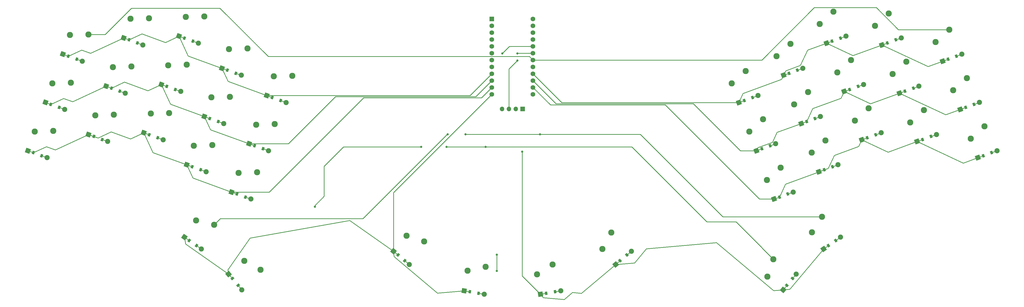
<source format=gbr>
%TF.GenerationSoftware,KiCad,Pcbnew,8.0.1*%
%TF.CreationDate,2024-05-01T11:59:16+09:00*%
%TF.ProjectId,pcb_plate,7063625f-706c-4617-9465-2e6b69636164,v1.0.0*%
%TF.SameCoordinates,Original*%
%TF.FileFunction,Copper,L2,Bot*%
%TF.FilePolarity,Positive*%
%FSLAX46Y46*%
G04 Gerber Fmt 4.6, Leading zero omitted, Abs format (unit mm)*
G04 Created by KiCad (PCBNEW 8.0.1) date 2024-05-01 11:59:16*
%MOMM*%
%LPD*%
G01*
G04 APERTURE LIST*
G04 Aperture macros list*
%AMRotRect*
0 Rectangle, with rotation*
0 The origin of the aperture is its center*
0 $1 length*
0 $2 width*
0 $3 Rotation angle, in degrees counterclockwise*
0 Add horizontal line*
21,1,$1,$2,0,0,$3*%
G04 Aperture macros list end*
%TA.AperFunction,ComponentPad*%
%ADD10RotRect,1.778000X1.778000X340.000000*%
%TD*%
%TA.AperFunction,SMDPad,CuDef*%
%ADD11RotRect,0.900000X1.200000X340.000000*%
%TD*%
%TA.AperFunction,ComponentPad*%
%ADD12C,1.905000*%
%TD*%
%TA.AperFunction,ComponentPad*%
%ADD13RotRect,1.778000X1.778000X20.000000*%
%TD*%
%TA.AperFunction,SMDPad,CuDef*%
%ADD14RotRect,0.900000X1.200000X20.000000*%
%TD*%
%TA.AperFunction,ComponentPad*%
%ADD15C,2.286000*%
%TD*%
%TA.AperFunction,ComponentPad*%
%ADD16RotRect,1.778000X1.778000X310.000000*%
%TD*%
%TA.AperFunction,SMDPad,CuDef*%
%ADD17RotRect,0.900000X1.200000X310.000000*%
%TD*%
%TA.AperFunction,ComponentPad*%
%ADD18RotRect,1.778000X1.778000X35.000000*%
%TD*%
%TA.AperFunction,SMDPad,CuDef*%
%ADD19RotRect,0.900000X1.200000X35.000000*%
%TD*%
%TA.AperFunction,ComponentPad*%
%ADD20RotRect,1.778000X1.778000X40.000000*%
%TD*%
%TA.AperFunction,SMDPad,CuDef*%
%ADD21RotRect,0.900000X1.200000X40.000000*%
%TD*%
%TA.AperFunction,ComponentPad*%
%ADD22R,1.700000X1.700000*%
%TD*%
%TA.AperFunction,ComponentPad*%
%ADD23O,1.700000X1.700000*%
%TD*%
%TA.AperFunction,ComponentPad*%
%ADD24RotRect,1.778000X1.778000X50.000000*%
%TD*%
%TA.AperFunction,SMDPad,CuDef*%
%ADD25RotRect,0.900000X1.200000X50.000000*%
%TD*%
%TA.AperFunction,ComponentPad*%
%ADD26RotRect,1.778000X1.778000X350.000000*%
%TD*%
%TA.AperFunction,SMDPad,CuDef*%
%ADD27RotRect,0.900000X1.200000X350.000000*%
%TD*%
%TA.AperFunction,ComponentPad*%
%ADD28RotRect,1.778000X1.778000X320.000000*%
%TD*%
%TA.AperFunction,SMDPad,CuDef*%
%ADD29RotRect,0.900000X1.200000X320.000000*%
%TD*%
%TA.AperFunction,ComponentPad*%
%ADD30R,1.752600X1.752600*%
%TD*%
%TA.AperFunction,ComponentPad*%
%ADD31C,1.752600*%
%TD*%
%TA.AperFunction,ComponentPad*%
%ADD32RotRect,1.778000X1.778000X325.000000*%
%TD*%
%TA.AperFunction,SMDPad,CuDef*%
%ADD33RotRect,0.900000X1.200000X325.000000*%
%TD*%
%TA.AperFunction,ComponentPad*%
%ADD34RotRect,1.778000X1.778000X10.000000*%
%TD*%
%TA.AperFunction,SMDPad,CuDef*%
%ADD35RotRect,0.900000X1.200000X10.000000*%
%TD*%
%TA.AperFunction,ViaPad*%
%ADD36C,0.800000*%
%TD*%
%TA.AperFunction,Conductor*%
%ADD37C,0.250000*%
%TD*%
G04 APERTURE END LIST*
D10*
%TO.P,D4,1*%
%TO.N,P16*%
X55121814Y-132168397D03*
D11*
X57151549Y-132907162D03*
%TO.P,D4,2*%
%TO.N,ring_bottom*%
X60252535Y-134035826D03*
D12*
X62282270Y-134774591D03*
%TD*%
D13*
%TO.P,D29,1*%
%TO.N,P8*%
X325703889Y-146015449D03*
D14*
X327733626Y-145276684D03*
%TO.P,D29,2*%
%TO.N,mirror_index_bottom*%
X330834608Y-144148020D03*
D12*
X332864345Y-143409255D03*
%TD*%
D13*
%TO.P,D26,1*%
%TO.N,P8*%
X341650387Y-134129620D03*
D14*
X343680124Y-133390855D03*
%TO.P,D26,2*%
%TO.N,mirror_middle_bottom*%
X346781106Y-132262191D03*
D12*
X348810843Y-131523426D03*
%TD*%
D15*
%TO.P,S38,1*%
%TO.N,P20*%
X227132887Y-180376374D03*
%TO.P,S38,2*%
%TO.N,mirror_two_one*%
X221320423Y-183980452D03*
%TD*%
%TO.P,S36,1*%
%TO.N,P18*%
X308842388Y-178398502D03*
%TO.P,S36,2*%
%TO.N,mirror_space_cluster*%
X306706441Y-184895563D03*
%TD*%
D13*
%TO.P,D27,1*%
%TO.N,P7*%
X335134902Y-116228473D03*
D14*
X337164639Y-115489708D03*
%TO.P,D27,2*%
%TO.N,mirror_middle_home*%
X340265621Y-114361044D03*
D12*
X342295358Y-113622279D03*
%TD*%
D15*
%TO.P,S30,1*%
%TO.N,P19*%
X321707891Y-116470374D03*
%TO.P,S30,2*%
%TO.N,mirror_index_home*%
X316609574Y-121029020D03*
%TD*%
D10*
%TO.P,D12,1*%
%TO.N,P15*%
X104606625Y-107606962D03*
D11*
X106636360Y-108345727D03*
%TO.P,D12,2*%
%TO.N,index_top*%
X109737346Y-109474391D03*
D12*
X111767081Y-110213156D03*
%TD*%
D15*
%TO.P,S11,1*%
%TO.N,P19*%
X107505751Y-118207838D03*
%TO.P,S11,2*%
%TO.N,index_home*%
X100669973Y-118422829D03*
%TD*%
D16*
%TO.P,D17,1*%
%TO.N,P10*%
X107059539Y-183904927D03*
D17*
X108447959Y-185559584D03*
%TO.P,D17,2*%
%TO.N,space_cluster*%
X110569161Y-188087528D03*
D12*
X111957581Y-189742185D03*
%TD*%
D13*
%TO.P,D28,1*%
%TO.N,P6*%
X328619415Y-98327335D03*
D14*
X330649152Y-97588570D03*
%TO.P,D28,2*%
%TO.N,mirror_middle_top*%
X333750134Y-96459906D03*
D12*
X335779871Y-95721141D03*
%TD*%
D13*
%TO.P,D34,1*%
%TO.N,P6*%
X296074877Y-120308879D03*
D14*
X298104614Y-119570114D03*
%TO.P,D34,2*%
%TO.N,mirror_inner_top*%
X301205596Y-118441450D03*
D12*
X303235333Y-117702685D03*
%TD*%
D18*
%TO.P,D35,1*%
%TO.N,P9*%
X327492037Y-174614320D03*
D19*
X329261407Y-173375393D03*
%TO.P,D35,2*%
%TO.N,mirror_layer_cluster*%
X331964605Y-171482595D03*
D12*
X333733975Y-170243668D03*
%TD*%
D13*
%TO.P,D20,1*%
%TO.N,P8*%
X384619705Y-140789919D03*
D14*
X386649442Y-140051154D03*
%TO.P,D20,2*%
%TO.N,mirror_pinky_bottom*%
X389750424Y-138922490D03*
D12*
X391780161Y-138183725D03*
%TD*%
D15*
%TO.P,S2,1*%
%TO.N,P4*%
X48589925Y-112982298D03*
%TO.P,S2,2*%
%TO.N,pinky_home*%
X41754147Y-113197289D03*
%TD*%
%TO.P,S25,1*%
%TO.N,P5*%
X351646244Y-87328381D03*
%TO.P,S25,2*%
%TO.N,mirror_ring_top*%
X346547927Y-91887027D03*
%TD*%
D10*
%TO.P,D14,1*%
%TO.N,P14*%
X114689189Y-135603827D03*
D11*
X116718924Y-136342592D03*
%TO.P,D14,2*%
%TO.N,inner_home*%
X119819910Y-137471256D03*
D12*
X121849645Y-138210021D03*
%TD*%
D20*
%TO.P,D37,1*%
%TO.N,P9*%
X250436523Y-180363857D03*
D21*
X252091180Y-178975437D03*
%TO.P,D37,2*%
%TO.N,mirror_one_one*%
X254619124Y-176854235D03*
D12*
X256273781Y-175465815D03*
%TD*%
D22*
%TO.P,OLED1,1*%
%TO.N,GND*%
X216020000Y-122707314D03*
D23*
%TO.P,OLED1,2*%
%TO.N,VCC*%
X213480000Y-122707314D03*
%TO.P,OLED1,3*%
%TO.N,P3*%
X210939998Y-122707315D03*
%TO.P,OLED1,4*%
%TO.N,P2*%
X208400000Y-122707314D03*
%TD*%
D15*
%TO.P,S3,1*%
%TO.N,P4*%
X55105416Y-95081152D03*
%TO.P,S3,2*%
%TO.N,pinky_top*%
X48269638Y-95296143D03*
%TD*%
%TO.P,S21,1*%
%TO.N,P4*%
X380623711Y-111244838D03*
%TO.P,S21,2*%
%TO.N,mirror_pinky_home*%
X375525394Y-115803484D03*
%TD*%
%TO.P,S29,1*%
%TO.N,P19*%
X328223373Y-134371522D03*
%TO.P,S29,2*%
%TO.N,mirror_index_bottom*%
X323125056Y-138930168D03*
%TD*%
%TO.P,S12,1*%
%TO.N,P19*%
X114021232Y-100306692D03*
%TO.P,S12,2*%
%TO.N,index_top*%
X107185454Y-100521683D03*
%TD*%
D10*
%TO.P,D7,1*%
%TO.N,P16*%
X75629153Y-131523435D03*
D11*
X77658888Y-132262200D03*
%TO.P,D7,2*%
%TO.N,middle_bottom*%
X80759874Y-133390864D03*
D12*
X82789609Y-134129629D03*
%TD*%
D15*
%TO.P,S13,1*%
%TO.N,P20*%
X117588313Y-146204689D03*
%TO.P,S13,2*%
%TO.N,inner_bottom*%
X110752535Y-146419680D03*
%TD*%
%TO.P,S32,1*%
%TO.N,P20*%
X311625327Y-144467233D03*
%TO.P,S32,2*%
%TO.N,mirror_inner_bottom*%
X306527010Y-149025879D03*
%TD*%
%TO.P,S31,1*%
%TO.N,P19*%
X315192403Y-98569229D03*
%TO.P,S31,2*%
%TO.N,mirror_index_top*%
X310094086Y-103127875D03*
%TD*%
%TO.P,S27,1*%
%TO.N,P18*%
X337654387Y-104584544D03*
%TO.P,S27,2*%
%TO.N,mirror_middle_home*%
X332556070Y-109143190D03*
%TD*%
%TO.P,S5,1*%
%TO.N,P5*%
X71051913Y-106966982D03*
%TO.P,S5,2*%
%TO.N,ring_home*%
X64216135Y-107181973D03*
%TD*%
D10*
%TO.P,D1,1*%
%TO.N,P16*%
X32659836Y-138183719D03*
D11*
X34689571Y-138922484D03*
%TO.P,D1,2*%
%TO.N,pinky_bottom*%
X37790557Y-140051148D03*
D12*
X39820292Y-140789913D03*
%TD*%
D15*
%TO.P,S23,1*%
%TO.N,P5*%
X364677215Y-123130662D03*
%TO.P,S23,2*%
%TO.N,mirror_ring_bottom*%
X359578898Y-127689308D03*
%TD*%
%TO.P,S4,1*%
%TO.N,P5*%
X64536430Y-124868130D03*
%TO.P,S4,2*%
%TO.N,ring_bottom*%
X57700652Y-125083121D03*
%TD*%
%TO.P,S22,1*%
%TO.N,P4*%
X374108227Y-93343695D03*
%TO.P,S22,2*%
%TO.N,mirror_pinky_top*%
X369009910Y-97902341D03*
%TD*%
%TO.P,S8,1*%
%TO.N,P18*%
X91559255Y-106322010D03*
%TO.P,S8,2*%
%TO.N,middle_home*%
X84723477Y-106537001D03*
%TD*%
D10*
%TO.P,D15,1*%
%TO.N,P15*%
X121204671Y-117702684D03*
D11*
X123234406Y-118441449D03*
%TO.P,D15,2*%
%TO.N,inner_top*%
X126335392Y-119570113D03*
D12*
X128365127Y-120308878D03*
%TD*%
D13*
%TO.P,D24,1*%
%TO.N,P7*%
X355642245Y-116873447D03*
D14*
X357671982Y-116134682D03*
%TO.P,D24,2*%
%TO.N,mirror_ring_home*%
X360772964Y-115006018D03*
D12*
X362802701Y-114267253D03*
%TD*%
D24*
%TO.P,D36,1*%
%TO.N,P9*%
X312482418Y-189742183D03*
D25*
X313870837Y-188087528D03*
%TO.P,D36,2*%
%TO.N,mirror_space_cluster*%
X315992041Y-185559580D03*
D12*
X317380460Y-183904925D03*
%TD*%
D15*
%TO.P,S9,1*%
%TO.N,P18*%
X98074733Y-88420866D03*
%TO.P,S9,2*%
%TO.N,middle_top*%
X91238955Y-88635857D03*
%TD*%
%TO.P,S28,1*%
%TO.N,P18*%
X331138903Y-86683399D03*
%TO.P,S28,2*%
%TO.N,mirror_middle_top*%
X326040586Y-91242045D03*
%TD*%
D13*
%TO.P,D33,1*%
%TO.N,P7*%
X302590356Y-138210017D03*
D14*
X304620093Y-137471252D03*
%TO.P,D33,2*%
%TO.N,mirror_inner_home*%
X307721075Y-136342588D03*
D12*
X309750812Y-135603823D03*
%TD*%
D13*
%TO.P,D21,1*%
%TO.N,P7*%
X378104223Y-122888771D03*
D14*
X380133960Y-122150006D03*
%TO.P,D21,2*%
%TO.N,mirror_pinky_home*%
X383234942Y-121021342D03*
D12*
X385264679Y-120282577D03*
%TD*%
D15*
%TO.P,S19,1*%
%TO.N,P20*%
X202309926Y-181258510D03*
%TO.P,S19,2*%
%TO.N,two_one*%
X195615333Y-182657257D03*
%TD*%
D10*
%TO.P,D9,1*%
%TO.N,P15*%
X88660128Y-95721143D03*
D11*
X90689863Y-96459908D03*
%TO.P,D9,2*%
%TO.N,middle_top*%
X93790849Y-97588572D03*
D12*
X95820584Y-98327337D03*
%TD*%
D15*
%TO.P,S18,1*%
%TO.N,P19*%
X179509903Y-171825787D03*
%TO.P,S18,2*%
%TO.N,one_one*%
X173012842Y-169689840D03*
%TD*%
D26*
%TO.P,D19,1*%
%TO.N,P10*%
X194306030Y-190082699D03*
D27*
X196433214Y-190457782D03*
%TO.P,D19,2*%
%TO.N,two_one*%
X199683080Y-191030818D03*
D12*
X201810264Y-191405901D03*
%TD*%
D15*
%TO.P,S10,1*%
%TO.N,P19*%
X100990262Y-136108981D03*
%TO.P,S10,2*%
%TO.N,index_bottom*%
X94154484Y-136323972D03*
%TD*%
%TO.P,S20,1*%
%TO.N,P4*%
X387139197Y-129145981D03*
%TO.P,S20,2*%
%TO.N,mirror_pinky_bottom*%
X382040880Y-133704627D03*
%TD*%
D10*
%TO.P,D13,1*%
%TO.N,P16*%
X108173703Y-153504969D03*
D11*
X110203438Y-154243734D03*
%TO.P,D13,2*%
%TO.N,inner_bottom*%
X113304424Y-155372398D03*
D12*
X115334159Y-156111163D03*
%TD*%
D13*
%TO.P,D30,1*%
%TO.N,P7*%
X319188405Y-128114307D03*
D14*
X321218142Y-127375542D03*
%TO.P,D30,2*%
%TO.N,mirror_index_home*%
X324319124Y-126246878D03*
D12*
X326348861Y-125508113D03*
%TD*%
D28*
%TO.P,D18,1*%
%TO.N,P10*%
X168166225Y-175465823D03*
D29*
X169820880Y-176854242D03*
%TO.P,D18,2*%
%TO.N,one_one*%
X172348828Y-178975446D03*
D12*
X174003483Y-180363865D03*
%TD*%
D15*
%TO.P,S16,1*%
%TO.N,P5*%
X101689295Y-165628828D03*
%TO.P,S16,2*%
%TO.N,layer_cluster*%
X95030798Y-164067264D03*
%TD*%
D30*
%TO.P,MCU1,1*%
%TO.N,RAW*%
X204600004Y-89337315D03*
D31*
%TO.P,MCU1,2*%
%TO.N,GND*%
X204600005Y-91877314D03*
%TO.P,MCU1,3*%
%TO.N,RST*%
X204600004Y-94417311D03*
%TO.P,MCU1,4*%
%TO.N,VCC*%
X204600003Y-96957312D03*
%TO.P,MCU1,5*%
%TO.N,P21*%
X204600005Y-99497312D03*
%TO.P,MCU1,6*%
%TO.N,P20*%
X204600004Y-102037313D03*
%TO.P,MCU1,7*%
%TO.N,P19*%
X204600004Y-104577313D03*
%TO.P,MCU1,8*%
%TO.N,P18*%
X204600005Y-107117314D03*
%TO.P,MCU1,9*%
%TO.N,P15*%
X204600004Y-109657316D03*
%TO.P,MCU1,10*%
%TO.N,P14*%
X204600004Y-112197315D03*
%TO.P,MCU1,11*%
%TO.N,P16*%
X204600006Y-114737313D03*
%TO.P,MCU1,12*%
%TO.N,P10*%
X204600004Y-117277309D03*
%TO.P,MCU1,13*%
%TO.N,P1*%
X219840004Y-89337317D03*
%TO.P,MCU1,14*%
%TO.N,P0*%
X219840002Y-91877313D03*
%TO.P,MCU1,15*%
%TO.N,GND*%
X219840004Y-94417311D03*
%TO.P,MCU1,16*%
X219840004Y-96957310D03*
%TO.P,MCU1,17*%
%TO.N,P2*%
X219840003Y-99497312D03*
%TO.P,MCU1,18*%
%TO.N,P3*%
X219840004Y-102037313D03*
%TO.P,MCU1,19*%
%TO.N,P4*%
X219840004Y-104577313D03*
%TO.P,MCU1,20*%
%TO.N,P5*%
X219840003Y-107117314D03*
%TO.P,MCU1,21*%
%TO.N,P6*%
X219840005Y-109657314D03*
%TO.P,MCU1,22*%
%TO.N,P7*%
X219840004Y-112197315D03*
%TO.P,MCU1,23*%
%TO.N,P8*%
X219840003Y-114737312D03*
%TO.P,MCU1,24*%
%TO.N,P9*%
X219840004Y-117277311D03*
%TD*%
D10*
%TO.P,D11,1*%
%TO.N,P14*%
X98091145Y-125508112D03*
D11*
X100120880Y-126246877D03*
%TO.P,D11,2*%
%TO.N,index_home*%
X103221866Y-127375541D03*
D12*
X105251601Y-128114306D03*
%TD*%
D13*
%TO.P,D23,1*%
%TO.N,P8*%
X362157725Y-134774600D03*
D14*
X364187462Y-134035835D03*
%TO.P,D23,2*%
%TO.N,mirror_ring_bottom*%
X367288444Y-132907171D03*
D12*
X369318181Y-132168406D03*
%TD*%
D10*
%TO.P,D3,1*%
%TO.N,P15*%
X45690803Y-102381433D03*
D11*
X47720538Y-103120198D03*
%TO.P,D3,2*%
%TO.N,pinky_top*%
X50821524Y-104248862D03*
D12*
X52851259Y-104987627D03*
%TD*%
D13*
%TO.P,D22,1*%
%TO.N,P6*%
X371588739Y-104987623D03*
D14*
X373618476Y-104248858D03*
%TO.P,D22,2*%
%TO.N,mirror_pinky_top*%
X376719458Y-103120194D03*
D12*
X378749195Y-102381429D03*
%TD*%
D15*
%TO.P,S26,1*%
%TO.N,P18*%
X344169874Y-122485686D03*
%TO.P,S26,2*%
%TO.N,mirror_middle_bottom*%
X339071557Y-127044332D03*
%TD*%
%TO.P,S7,1*%
%TO.N,P18*%
X85043766Y-124223152D03*
%TO.P,S7,2*%
%TO.N,middle_bottom*%
X78207988Y-124438143D03*
%TD*%
D10*
%TO.P,D5,1*%
%TO.N,P14*%
X61637303Y-114267254D03*
D11*
X63667038Y-115006019D03*
%TO.P,D5,2*%
%TO.N,ring_home*%
X66768024Y-116134683D03*
D12*
X68797759Y-116873448D03*
%TD*%
D15*
%TO.P,S15,1*%
%TO.N,P20*%
X130619278Y-110402400D03*
%TO.P,S15,2*%
%TO.N,inner_top*%
X123783500Y-110617391D03*
%TD*%
%TO.P,S24,1*%
%TO.N,P5*%
X358161730Y-105229518D03*
%TO.P,S24,2*%
%TO.N,mirror_ring_home*%
X353063413Y-109788164D03*
%TD*%
%TO.P,S34,1*%
%TO.N,P20*%
X298594357Y-108664944D03*
%TO.P,S34,2*%
%TO.N,mirror_inner_top*%
X293496040Y-113223590D03*
%TD*%
D13*
%TO.P,D31,1*%
%TO.N,P6*%
X312672918Y-110213159D03*
D14*
X314702655Y-109474394D03*
%TO.P,D31,2*%
%TO.N,mirror_index_top*%
X317803637Y-108345730D03*
D12*
X319833374Y-107606965D03*
%TD*%
D10*
%TO.P,D8,1*%
%TO.N,P14*%
X82144641Y-113622283D03*
D11*
X84174376Y-114361048D03*
%TO.P,D8,2*%
%TO.N,middle_home*%
X87275362Y-115489712D03*
D12*
X89305097Y-116228477D03*
%TD*%
D32*
%TO.P,D16,1*%
%TO.N,P10*%
X90706033Y-170243670D03*
D33*
X92475401Y-171482596D03*
%TO.P,D16,2*%
%TO.N,layer_cluster*%
X95178603Y-173375396D03*
D12*
X96947971Y-174614322D03*
%TD*%
D15*
%TO.P,S35,1*%
%TO.N,P5*%
X326911996Y-162715058D03*
%TO.P,S35,2*%
%TO.N,mirror_layer_cluster*%
X323167267Y-168437914D03*
%TD*%
%TO.P,S17,1*%
%TO.N,P18*%
X118862976Y-182290011D03*
%TO.P,S17,2*%
%TO.N,space_cluster*%
X112835523Y-179058309D03*
%TD*%
%TO.P,S37,1*%
%TO.N,P19*%
X248821598Y-168560426D03*
%TO.P,S37,2*%
%TO.N,mirror_one_one*%
X245589896Y-174587879D03*
%TD*%
D13*
%TO.P,D32,1*%
%TO.N,P8*%
X309105834Y-156111165D03*
D14*
X311135571Y-155372400D03*
%TO.P,D32,2*%
%TO.N,mirror_inner_bottom*%
X314236553Y-154243736D03*
D12*
X316266290Y-153504971D03*
%TD*%
D34*
%TO.P,D38,1*%
%TO.N,P9*%
X222629731Y-191405904D03*
D35*
X224756917Y-191030820D03*
%TO.P,D38,2*%
%TO.N,mirror_two_one*%
X228006779Y-190457786D03*
D12*
X230133965Y-190082702D03*
%TD*%
D15*
%TO.P,S33,1*%
%TO.N,P20*%
X305109837Y-126566087D03*
%TO.P,S33,2*%
%TO.N,mirror_inner_home*%
X300011520Y-131124733D03*
%TD*%
D10*
%TO.P,D10,1*%
%TO.N,P16*%
X91575664Y-143409257D03*
D11*
X93605399Y-144148022D03*
%TO.P,D10,2*%
%TO.N,index_bottom*%
X96706385Y-145276686D03*
D12*
X98736120Y-146015451D03*
%TD*%
D15*
%TO.P,S6,1*%
%TO.N,P5*%
X77567394Y-89065839D03*
%TO.P,S6,2*%
%TO.N,ring_top*%
X70731616Y-89280830D03*
%TD*%
%TO.P,S1,1*%
%TO.N,P4*%
X42074446Y-130883449D03*
%TO.P,S1,2*%
%TO.N,pinky_bottom*%
X35238668Y-131098440D03*
%TD*%
D10*
%TO.P,D2,1*%
%TO.N,P14*%
X39175318Y-120282575D03*
D11*
X41205053Y-121021340D03*
%TO.P,D2,2*%
%TO.N,pinky_home*%
X44306039Y-122150004D03*
D12*
X46335774Y-122888769D03*
%TD*%
D13*
%TO.P,D25,1*%
%TO.N,P6*%
X349126758Y-98972306D03*
D14*
X351156495Y-98233541D03*
%TO.P,D25,2*%
%TO.N,mirror_ring_top*%
X354257477Y-97104877D03*
D12*
X356287214Y-96366112D03*
%TD*%
D10*
%TO.P,D6,1*%
%TO.N,P15*%
X68152787Y-96366117D03*
D11*
X70182522Y-97104882D03*
%TO.P,D6,2*%
%TO.N,ring_top*%
X73283508Y-98233546D03*
D12*
X75313243Y-98972311D03*
%TD*%
D15*
%TO.P,S14,1*%
%TO.N,P20*%
X124103795Y-128303548D03*
%TO.P,S14,2*%
%TO.N,inner_home*%
X117268017Y-128518539D03*
%TD*%
D36*
%TO.N,P5*%
X194844656Y-132155344D03*
X188244656Y-132155344D03*
X222444656Y-132155344D03*
%TO.N,P18*%
X178444656Y-136755344D03*
X187844656Y-136755344D03*
X139044656Y-158955344D03*
X202244656Y-136755344D03*
%TO.N,P19*%
X206444656Y-176755344D03*
X206444656Y-182755344D03*
%TO.N,P9*%
X215844656Y-138555344D03*
%TO.N,P2*%
X208444656Y-102155344D03*
%TO.N,P3*%
X214044656Y-104755344D03*
X214044656Y-102155344D03*
%TD*%
D37*
%TO.N,P4*%
X103844656Y-85355344D02*
X121727925Y-103238613D01*
X121727925Y-103238613D02*
X218501304Y-103238613D01*
X374108227Y-93343695D02*
X355233007Y-93343695D01*
X304622687Y-104577313D02*
X219840004Y-104577313D01*
X347044656Y-85155344D02*
X324044656Y-85155344D01*
X218501304Y-103238613D02*
X219840004Y-104577313D01*
X324044656Y-85155344D02*
X304622687Y-104577313D01*
X355233007Y-93343695D02*
X347044656Y-85155344D01*
X71044656Y-85355344D02*
X103844656Y-85355344D01*
X61318848Y-95081152D02*
X71044656Y-85355344D01*
X55105416Y-95081152D02*
X61318848Y-95081152D01*
%TO.N,pinky_bottom*%
X39820284Y-140789911D02*
X39820288Y-140789914D01*
X37790557Y-140051146D02*
X39820284Y-140789911D01*
%TO.N,pinky_home*%
X46335774Y-122888770D02*
X46335774Y-122888772D01*
X44306035Y-122150009D02*
X46335774Y-122888770D01*
%TO.N,pinky_top*%
X52851259Y-104987628D02*
X52851260Y-104987628D01*
X50821522Y-104248858D02*
X52851259Y-104987628D01*
%TO.N,P5*%
X188244656Y-132155344D02*
X188044656Y-132155344D01*
X156823074Y-163355344D02*
X188023074Y-132155344D01*
X290204370Y-162715058D02*
X259644656Y-132155344D01*
X188023074Y-132155344D02*
X188244656Y-132155344D01*
X326911996Y-162715058D02*
X290204370Y-162715058D01*
X141044656Y-163355344D02*
X156823074Y-163355344D01*
X259644656Y-132155344D02*
X222444656Y-132155344D01*
X194844656Y-132155344D02*
X222444656Y-132155344D01*
X103962779Y-163355344D02*
X141044656Y-163355344D01*
X101689295Y-165628828D02*
X103962779Y-163355344D01*
%TO.N,ring_bottom*%
X60252543Y-134035830D02*
X62282273Y-134774598D01*
X62282273Y-134774598D02*
X62282280Y-134774603D01*
%TO.N,ring_home*%
X66768025Y-116134687D02*
X68797756Y-116873446D01*
X68797756Y-116873446D02*
X68797755Y-116873448D01*
%TO.N,ring_top*%
X73283509Y-98233541D02*
X75313243Y-98972306D01*
X75313243Y-98972306D02*
X75313239Y-98972314D01*
%TO.N,P18*%
X178444656Y-136755344D02*
X178244656Y-136755344D01*
X308842388Y-178398502D02*
X304719446Y-174275560D01*
X142444656Y-155100952D02*
X142444656Y-143955344D01*
X187844656Y-136755344D02*
X188044656Y-136755344D01*
X304719446Y-174230134D02*
X295044656Y-164555344D01*
X142444656Y-143955344D02*
X149644656Y-136755344D01*
X295044656Y-164555344D02*
X284244656Y-164555344D01*
X284244656Y-164555344D02*
X256444656Y-136755344D01*
X149644656Y-136755344D02*
X178444656Y-136755344D01*
X202244656Y-136755344D02*
X201844656Y-136755344D01*
X139044656Y-158955344D02*
X139044656Y-158500952D01*
X256444656Y-136755344D02*
X202244656Y-136755344D01*
X139044656Y-158500952D02*
X142444656Y-155100952D01*
X201844656Y-136755344D02*
X187844656Y-136755344D01*
X304719446Y-174275560D02*
X304719446Y-174230134D01*
%TO.N,middle_bottom*%
X82789614Y-134129625D02*
X82789609Y-134129626D01*
X80759875Y-133390863D02*
X82789614Y-134129625D01*
%TO.N,middle_home*%
X87275365Y-115489714D02*
X89305096Y-116228472D01*
X89305096Y-116228472D02*
X89305100Y-116228483D01*
%TO.N,middle_top*%
X95820579Y-98327330D02*
X95820583Y-98327331D01*
X93790847Y-97588568D02*
X95820579Y-98327330D01*
%TO.N,P19*%
X206444656Y-176755344D02*
X206444656Y-182755344D01*
%TO.N,index_bottom*%
X98736107Y-146015442D02*
X98736109Y-146015445D01*
X96706378Y-145276683D02*
X98736107Y-146015442D01*
%TO.N,index_home*%
X103221858Y-127375538D02*
X105251599Y-128114302D01*
X105251599Y-128114302D02*
X105251592Y-128114302D01*
%TO.N,index_top*%
X111767082Y-110213157D02*
X111767085Y-110213163D01*
X109737345Y-109474399D02*
X111767082Y-110213157D01*
%TO.N,inner_bottom*%
X115334163Y-156111160D02*
X115334160Y-156111163D01*
X113304422Y-155372399D02*
X115334163Y-156111160D01*
%TO.N,inner_home*%
X121849644Y-138210015D02*
X121849644Y-138210019D01*
X119819903Y-137471253D02*
X121849644Y-138210015D01*
%TO.N,inner_top*%
X128365122Y-120308874D02*
X128365122Y-120308875D01*
X126335392Y-119570111D02*
X128365122Y-120308874D01*
%TO.N,layer_cluster*%
X95178598Y-173375391D02*
X96947964Y-174614321D01*
X96947964Y-174614321D02*
X96947969Y-174614322D01*
%TO.N,space_cluster*%
X110569163Y-188087530D02*
X111957578Y-189742182D01*
X111957578Y-189742182D02*
X111957584Y-189742186D01*
%TO.N,one_one*%
X172348822Y-178975438D02*
X174003475Y-180363867D01*
%TO.N,two_one*%
X201810265Y-191405904D02*
X201810266Y-191405901D01*
X199683079Y-191030824D02*
X201810265Y-191405904D01*
%TO.N,mirror_pinky_bottom*%
X389750426Y-138922491D02*
X391780159Y-138183729D01*
X391780159Y-138183729D02*
X391780162Y-138183723D01*
%TO.N,mirror_pinky_home*%
X383234942Y-121021342D02*
X385264677Y-120282580D01*
X385264677Y-120282580D02*
X385264678Y-120282576D01*
%TO.N,mirror_pinky_top*%
X376719457Y-103120196D02*
X378749192Y-102381432D01*
X378749192Y-102381432D02*
X378749193Y-102381428D01*
%TO.N,mirror_ring_bottom*%
X367288444Y-132907172D02*
X369318178Y-132168409D01*
X369318178Y-132168409D02*
X369318181Y-132168406D01*
%TO.N,mirror_ring_home*%
X360772965Y-115006019D02*
X362802699Y-114267256D01*
X362802699Y-114267256D02*
X362802701Y-114267252D01*
%TO.N,mirror_ring_top*%
X356287212Y-96366115D02*
X356287214Y-96366111D01*
X354257478Y-97104877D02*
X356287212Y-96366115D01*
%TO.N,mirror_middle_bottom*%
X346781107Y-132262192D02*
X348810842Y-131523430D01*
X348810842Y-131523430D02*
X348810843Y-131523425D01*
%TO.N,mirror_middle_home*%
X340265622Y-114361046D02*
X342295355Y-113622282D01*
X342295355Y-113622282D02*
X342295357Y-113622279D01*
%TO.N,mirror_middle_top*%
X335779869Y-95721145D02*
X335779870Y-95721140D01*
X333750135Y-96459907D02*
X335779869Y-95721145D01*
%TO.N,mirror_index_bottom*%
X330834608Y-144148020D02*
X332864342Y-143409258D01*
X332864342Y-143409258D02*
X332864344Y-143409255D01*
%TO.N,mirror_index_home*%
X326348859Y-125508117D02*
X326348862Y-125508113D01*
X324319125Y-126246881D02*
X326348859Y-125508117D01*
%TO.N,mirror_index_top*%
X319833372Y-107606969D02*
X319833372Y-107606966D01*
X317803636Y-108345731D02*
X319833372Y-107606969D01*
%TO.N,mirror_inner_bottom*%
X316266288Y-153504975D02*
X316266290Y-153504971D01*
X314236553Y-154243737D02*
X316266288Y-153504975D01*
%TO.N,mirror_inner_home*%
X307721075Y-136342590D02*
X309750809Y-135603827D01*
X309750809Y-135603827D02*
X309750811Y-135603822D01*
%TO.N,mirror_inner_top*%
X303235331Y-117702688D02*
X303235333Y-117702685D01*
X301205597Y-118441452D02*
X303235331Y-117702688D01*
%TO.N,mirror_layer_cluster*%
X333733972Y-170243673D02*
X333733974Y-170243665D01*
X331964606Y-171482595D02*
X333733972Y-170243673D01*
%TO.N,mirror_space_cluster*%
X315992041Y-185559576D02*
X317380457Y-183904925D01*
%TO.N,mirror_one_one*%
X254619124Y-176854236D02*
X256273777Y-175465819D01*
%TO.N,mirror_two_one*%
X228006783Y-190457789D02*
X230133960Y-190082704D01*
X230133960Y-190082704D02*
X230133959Y-190082704D01*
%TO.N,P16*%
X32659829Y-138183719D02*
X34689565Y-138922485D01*
X91575653Y-143409255D02*
X93852790Y-148292580D01*
X57151553Y-132907167D02*
X57151561Y-132907167D01*
X70699813Y-133822025D02*
X75629157Y-131523428D01*
X108173700Y-153504975D02*
X110203434Y-154243733D01*
X58655062Y-133454399D02*
X63492368Y-131198720D01*
X75629157Y-131523428D02*
X77658888Y-132262193D01*
X63492368Y-131198720D02*
X70699813Y-133822025D01*
X122142371Y-153504969D02*
X157044656Y-118602684D01*
X55121814Y-132168405D02*
X57151553Y-132907167D01*
X75629157Y-131523428D02*
X79044854Y-138848417D01*
X93605391Y-144148020D02*
X93605391Y-144148023D01*
X200734635Y-118602684D02*
X204600006Y-114737313D01*
X39527007Y-136666854D02*
X42867495Y-137882694D01*
X108173703Y-153504969D02*
X122142371Y-153504969D01*
X34689565Y-138922485D02*
X34689567Y-138922486D01*
X110203434Y-154243733D02*
X110203435Y-154243730D01*
X91575653Y-143409255D02*
X93605391Y-144148020D01*
X93852790Y-148292580D02*
X108173700Y-153504975D01*
X77658888Y-132262193D02*
X77658890Y-132262198D01*
X42867495Y-137882694D02*
X55121814Y-132168405D01*
X32659829Y-138183719D02*
X34689692Y-138922530D01*
X55121814Y-132168405D02*
X58655062Y-133454399D01*
X157044656Y-118602684D02*
X200734635Y-118602684D01*
X79044854Y-138848417D02*
X91575653Y-143409255D01*
X34689692Y-138922530D02*
X39527007Y-136666854D01*
%TO.N,P14*%
X114689185Y-135603822D02*
X116718918Y-136342588D01*
X98091137Y-125508108D02*
X100368268Y-130391433D01*
X114689189Y-135603827D02*
X129193513Y-135603827D01*
X41205053Y-121021337D02*
X41205052Y-121021341D01*
X129193513Y-135603827D02*
X146644656Y-118152684D01*
X85560333Y-120947275D02*
X98091137Y-125508108D01*
X39175318Y-120282578D02*
X41205053Y-121021337D01*
X82144637Y-113622282D02*
X84174378Y-114361048D01*
X61637302Y-114267254D02*
X63667161Y-115006072D01*
X41205179Y-121021382D02*
X45922249Y-118821783D01*
X146644656Y-118152684D02*
X198644635Y-118152684D01*
X39175318Y-120282578D02*
X41205179Y-121021382D01*
X198644635Y-118152684D02*
X204600004Y-112197315D01*
X49262723Y-120037615D02*
X61637302Y-114267254D01*
X63667161Y-115006072D02*
X68467532Y-112767609D01*
X61637302Y-114267254D02*
X63667041Y-115006022D01*
X45922249Y-118821783D02*
X49262723Y-120037615D01*
X116718918Y-136342588D02*
X116718924Y-136342589D01*
X100120872Y-126246874D02*
X100120875Y-126246871D01*
X68467532Y-112767609D02*
X77178362Y-115938100D01*
X63667041Y-115006022D02*
X63667036Y-115006021D01*
X82144637Y-113622282D02*
X85560333Y-120947275D01*
X98091137Y-125508108D02*
X100120872Y-126246874D01*
X84174378Y-114361048D02*
X84174373Y-114361049D01*
X77178362Y-115938100D02*
X82144637Y-113622282D01*
X100368268Y-130391433D02*
X114689185Y-135603822D01*
%TO.N,P15*%
X68152787Y-96366117D02*
X70182642Y-97104927D01*
X88660122Y-95721138D02*
X92075821Y-103046125D01*
X106636356Y-108345732D02*
X106636361Y-108345734D01*
X106883757Y-112490293D02*
X121204667Y-117702679D01*
X104606626Y-107606967D02*
X106883757Y-112490293D01*
X52557971Y-100864558D02*
X55898460Y-102080401D01*
X121204671Y-117702684D02*
X196554636Y-117702684D01*
X90689865Y-96459906D02*
X90689862Y-96459902D01*
X70182642Y-97104927D02*
X74918938Y-94896356D01*
X88660122Y-95721138D02*
X90689865Y-96459906D01*
X45690801Y-102381432D02*
X47720659Y-103120233D01*
X47720659Y-103120233D02*
X52557971Y-100864558D01*
X123234405Y-118441446D02*
X123234405Y-118441445D01*
X68152787Y-96366117D02*
X70182521Y-97104881D01*
X104606626Y-107606967D02*
X106636356Y-108345732D01*
X45690801Y-102381432D02*
X47720538Y-103120194D01*
X55898460Y-102080401D02*
X68152787Y-96366117D01*
X92075821Y-103046125D02*
X104606626Y-107606967D01*
X70182521Y-97104881D02*
X70182520Y-97104882D01*
X196554636Y-117702684D02*
X204600004Y-109657316D01*
X47720538Y-103120194D02*
X47720534Y-103120202D01*
X83629759Y-98066831D02*
X88660122Y-95721138D01*
X74918938Y-94896356D02*
X83629759Y-98066831D01*
X121204667Y-117702679D02*
X123234405Y-118441446D01*
%TO.N,P10*%
X114970192Y-170587523D02*
X151899665Y-164075858D01*
X168166219Y-175465826D02*
X168338752Y-177437859D01*
X107059544Y-183904930D02*
X108447964Y-185559584D01*
X151899665Y-164075858D02*
X168166219Y-175465826D01*
X194306036Y-190082697D02*
X196433216Y-190457784D01*
X168338752Y-177437859D02*
X184437260Y-190946111D01*
X168166225Y-153711088D02*
X204600004Y-117277309D01*
X106775037Y-182291406D02*
X114970192Y-170587523D01*
X108447964Y-185559584D02*
X108447958Y-185559588D01*
X90706029Y-170243673D02*
X92475394Y-171482593D01*
X91150686Y-172765421D02*
X107059544Y-183904930D01*
X168166221Y-175465826D02*
X169820874Y-176854243D01*
X107059543Y-183904928D02*
X106775037Y-182291406D01*
X92475394Y-171482593D02*
X92475397Y-171482595D01*
X196433216Y-190457784D02*
X196433216Y-190457786D01*
X184437260Y-190946111D02*
X194306031Y-190082697D01*
X168166225Y-175465823D02*
X168166225Y-153711088D01*
X90706029Y-170243673D02*
X91150686Y-172765421D01*
%TO.N,P8*%
X351417046Y-138683888D02*
X362157726Y-134774600D01*
X341650388Y-134129621D02*
X351417046Y-138683888D01*
X303746942Y-156111165D02*
X268844656Y-121208879D01*
X311135700Y-155372355D02*
X313391375Y-150535045D01*
X329237132Y-144729454D02*
X331492804Y-139892148D01*
X362157726Y-134774600D02*
X364187460Y-134035837D01*
X226311570Y-121208879D02*
X219840003Y-114737312D01*
X362157726Y-134774600D02*
X379249368Y-142744563D01*
X379249368Y-142744563D02*
X384619706Y-140789919D01*
X384619706Y-140789919D02*
X386649440Y-140051156D01*
X327733623Y-145276686D02*
X327733625Y-145276681D01*
X341650388Y-134129621D02*
X343680122Y-133390857D01*
X309105834Y-156111166D02*
X311135700Y-155372355D01*
X343680122Y-133390857D02*
X343680123Y-133390854D01*
X309105834Y-156111165D02*
X303746942Y-156111165D01*
X325703889Y-146015449D02*
X327733623Y-145276686D01*
X325682430Y-146061469D02*
X325703889Y-146015449D01*
X313391375Y-150535045D02*
X325682430Y-146061469D01*
X268844656Y-121208879D02*
X226311570Y-121208879D01*
X364187460Y-134035837D02*
X364187462Y-134035832D01*
X311135569Y-155372403D02*
X311135571Y-155372398D01*
X325703889Y-146015449D02*
X329237132Y-144729454D01*
X309105834Y-156111166D02*
X311135569Y-155372403D01*
X340490361Y-136617304D02*
X341650388Y-134129621D01*
X386649440Y-140051156D02*
X386649442Y-140051153D01*
X331492804Y-139892148D02*
X340490361Y-136617304D01*
%TO.N,P7*%
X296695794Y-138210017D02*
X279244656Y-120758879D01*
X380133957Y-122150008D02*
X380133960Y-122150003D01*
X302590356Y-138210017D02*
X304620090Y-137471255D01*
X308546436Y-135057817D02*
X310270721Y-131360080D01*
X335134901Y-116228474D02*
X337164635Y-115489710D01*
X319188405Y-128114307D02*
X321218262Y-127375501D01*
X323473939Y-122538188D02*
X333974875Y-118716159D01*
X310270721Y-131360080D02*
X319188405Y-128114307D01*
X319188405Y-128114307D02*
X321218140Y-127375545D01*
X302590356Y-138210017D02*
X296695794Y-138210017D01*
X321218262Y-127375501D02*
X323473939Y-122538188D01*
X228401568Y-120758879D02*
X219840004Y-112197315D01*
X302590356Y-138210017D02*
X303143202Y-137024435D01*
X355642245Y-116873447D02*
X357671979Y-116134685D01*
X303143202Y-137024435D02*
X308546436Y-135057817D01*
X337164635Y-115489710D02*
X337164638Y-115489707D01*
X333974875Y-118716159D02*
X335134901Y-116228474D01*
X378104223Y-122888771D02*
X380133957Y-122150008D01*
X372733890Y-124843411D02*
X378104223Y-122888771D01*
X355642245Y-116873447D02*
X372733890Y-124843411D01*
X279244656Y-120758879D02*
X228401568Y-120758879D01*
X344901555Y-120782738D02*
X355642245Y-116873447D01*
X357671979Y-116134685D02*
X357671981Y-116134680D01*
X321218140Y-127375545D02*
X321218141Y-127375542D01*
X335134901Y-116228474D02*
X344901555Y-120782738D01*
X304620090Y-137471255D02*
X304620092Y-137471250D01*
%TO.N,P6*%
X296074877Y-120308879D02*
X230491570Y-120308879D01*
X296074877Y-120308880D02*
X298104612Y-119570117D01*
X349126759Y-98972306D02*
X338386064Y-102881599D01*
X313436445Y-108575769D02*
X312672917Y-110213160D01*
X314702651Y-109474397D02*
X314702653Y-109474393D01*
X312672917Y-110213160D02*
X314702651Y-109474397D01*
X351156493Y-98233543D02*
X351156495Y-98233539D01*
X371588738Y-104987623D02*
X366218397Y-106942267D01*
X371588738Y-104987623D02*
X373618473Y-104248861D01*
X330649150Y-97588573D02*
X330649152Y-97588570D01*
X298104612Y-119570117D02*
X298104613Y-119570113D01*
X311968319Y-111724177D02*
X297647417Y-116936558D01*
X312672917Y-110213160D02*
X311968319Y-111724177D01*
X230491570Y-120308879D02*
X219840005Y-109657314D01*
X349126759Y-98972306D02*
X351156493Y-98233543D01*
X318899195Y-106587491D02*
X313436445Y-108575769D01*
X328619416Y-98327336D02*
X321551365Y-100899895D01*
X366218397Y-106942267D02*
X349126759Y-98972306D01*
X321551365Y-100899895D02*
X318899195Y-106587491D01*
X338386064Y-102881599D02*
X328619416Y-98327336D01*
X297647417Y-116936558D02*
X296074877Y-120308880D01*
X328619416Y-98327336D02*
X330649150Y-97588573D01*
X373618473Y-104248861D02*
X373618474Y-104248855D01*
%TO.N,P9*%
X223640608Y-192610619D02*
X222629732Y-191405905D01*
X222629731Y-191405903D02*
X215844656Y-184620828D01*
X327492038Y-174614322D02*
X329261406Y-173375397D01*
X287774948Y-172268326D02*
X261819400Y-174539141D01*
X314981735Y-189523518D02*
X312482418Y-189742178D01*
X250436523Y-180363859D02*
X252091177Y-178975437D01*
X237753579Y-191006113D02*
X234442935Y-190716470D01*
X312482418Y-189742178D02*
X308966106Y-190049816D01*
X327492038Y-174614322D02*
X314981735Y-189523518D01*
X222629732Y-191405903D02*
X224756912Y-191030822D01*
X234442935Y-190716470D02*
X231378757Y-193287621D01*
X231378757Y-193287621D02*
X223640608Y-192610619D01*
X257446495Y-179750567D02*
X250436524Y-180363857D01*
X329261406Y-173375397D02*
X329261405Y-173375392D01*
X312482418Y-189742178D02*
X313870836Y-188087528D01*
X308966106Y-190049816D02*
X287774948Y-172268326D01*
X250436524Y-180363857D02*
X237753579Y-191006113D01*
X215844656Y-184620828D02*
X215844656Y-138555344D01*
X224756912Y-191030822D02*
X224756912Y-191030819D01*
X261819400Y-174539141D02*
X257446495Y-179750567D01*
%TO.N,P2*%
X219840003Y-99497312D02*
X211102688Y-99497312D01*
X211102688Y-99497312D02*
X208444656Y-102155344D01*
%TO.N,P3*%
X214044656Y-104755344D02*
X210939998Y-107860002D01*
X214162687Y-102037313D02*
X214044656Y-102155344D01*
X210939998Y-107860002D02*
X210939998Y-122707315D01*
X219840004Y-102037313D02*
X214162687Y-102037313D01*
%TD*%
M02*

</source>
